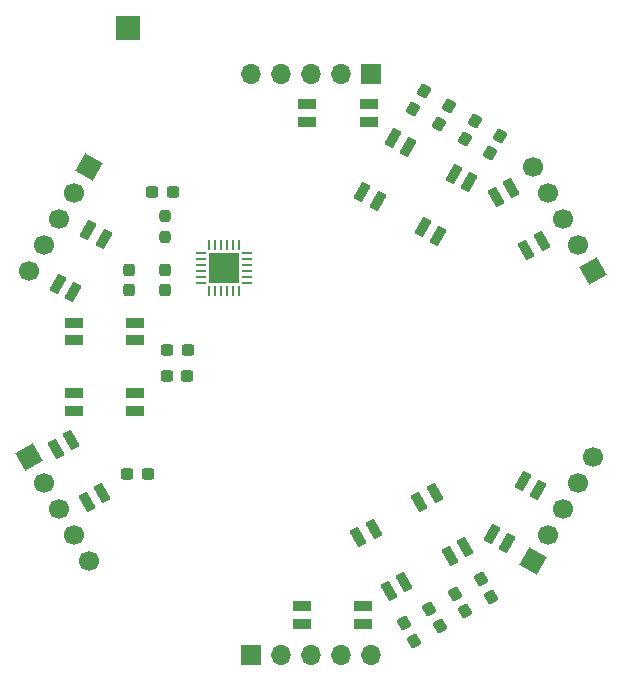
<source format=gbr>
%TF.GenerationSoftware,KiCad,Pcbnew,8.0.8*%
%TF.CreationDate,2025-04-07T12:59:42-04:00*%
%TF.ProjectId,pcb_tile_game_tile_aaa,7063625f-7469-46c6-955f-67616d655f74,1.0*%
%TF.SameCoordinates,Original*%
%TF.FileFunction,Soldermask,Top*%
%TF.FilePolarity,Negative*%
%FSLAX46Y46*%
G04 Gerber Fmt 4.6, Leading zero omitted, Abs format (unit mm)*
G04 Created by KiCad (PCBNEW 8.0.8) date 2025-04-07 12:59:42*
%MOMM*%
%LPD*%
G01*
G04 APERTURE LIST*
G04 Aperture macros list*
%AMRoundRect*
0 Rectangle with rounded corners*
0 $1 Rounding radius*
0 $2 $3 $4 $5 $6 $7 $8 $9 X,Y pos of 4 corners*
0 Add a 4 corners polygon primitive as box body*
4,1,4,$2,$3,$4,$5,$6,$7,$8,$9,$2,$3,0*
0 Add four circle primitives for the rounded corners*
1,1,$1+$1,$2,$3*
1,1,$1+$1,$4,$5*
1,1,$1+$1,$6,$7*
1,1,$1+$1,$8,$9*
0 Add four rect primitives between the rounded corners*
20,1,$1+$1,$2,$3,$4,$5,0*
20,1,$1+$1,$4,$5,$6,$7,0*
20,1,$1+$1,$6,$7,$8,$9,0*
20,1,$1+$1,$8,$9,$2,$3,0*%
%AMHorizOval*
0 Thick line with rounded ends*
0 $1 width*
0 $2 $3 position (X,Y) of the first rounded end (center of the circle)*
0 $4 $5 position (X,Y) of the second rounded end (center of the circle)*
0 Add line between two ends*
20,1,$1,$2,$3,$4,$5,0*
0 Add two circle primitives to create the rounded ends*
1,1,$1,$2,$3*
1,1,$1,$4,$5*%
%AMRotRect*
0 Rectangle, with rotation*
0 The origin of the aperture is its center*
0 $1 length*
0 $2 width*
0 $3 Rotation angle, in degrees counterclockwise*
0 Add horizontal line*
21,1,$1,$2,0,0,$3*%
G04 Aperture macros list end*
%ADD10RoundRect,0.237500X-0.055681X0.378558X-0.355681X-0.141058X0.055681X-0.378558X0.355681X0.141058X0*%
%ADD11RoundRect,0.237500X0.300000X0.237500X-0.300000X0.237500X-0.300000X-0.237500X0.300000X-0.237500X0*%
%ADD12R,1.700000X1.700000*%
%ADD13O,1.700000X1.700000*%
%ADD14RoundRect,0.237500X-0.237500X0.250000X-0.237500X-0.250000X0.237500X-0.250000X0.237500X0.250000X0*%
%ADD15RoundRect,0.237500X0.355681X-0.141058X0.055681X0.378558X-0.355681X0.141058X-0.055681X-0.378558X0*%
%ADD16RoundRect,0.237500X0.237500X-0.300000X0.237500X0.300000X-0.237500X0.300000X-0.237500X-0.300000X0*%
%ADD17RotRect,1.700000X1.700000X150.000000*%
%ADD18HorizOval,1.700000X0.000000X0.000000X0.000000X0.000000X0*%
%ADD19RotRect,1.700000X1.700000X330.000000*%
%ADD20HorizOval,1.700000X0.000000X0.000000X0.000000X0.000000X0*%
%ADD21RotRect,1.700000X1.700000X210.000000*%
%ADD22HorizOval,1.700000X0.000000X0.000000X0.000000X0.000000X0*%
%ADD23RotRect,1.700000X1.700000X30.000000*%
%ADD24HorizOval,1.700000X0.000000X0.000000X0.000000X0.000000X0*%
%ADD25R,2.000000X2.000000*%
%ADD26RoundRect,0.062500X-0.350000X-0.062500X0.350000X-0.062500X0.350000X0.062500X-0.350000X0.062500X0*%
%ADD27RoundRect,0.062500X-0.062500X-0.350000X0.062500X-0.350000X0.062500X0.350000X-0.062500X0.350000X0*%
%ADD28R,2.600000X2.600000*%
%ADD29RoundRect,0.082000X-0.643056X-0.457806X-0.074944X-0.785806X0.643056X0.457806X0.074944X0.785806X0*%
%ADD30RoundRect,0.082000X-0.718000X0.328000X-0.718000X-0.328000X0.718000X-0.328000X0.718000X0.328000X0*%
%ADD31RoundRect,0.082000X0.643056X0.457806X0.074944X0.785806X-0.643056X-0.457806X-0.074944X-0.785806X0*%
%ADD32RoundRect,0.082000X0.074944X-0.785806X0.643056X-0.457806X-0.074944X0.785806X-0.643056X0.457806X0*%
%ADD33RoundRect,0.082000X-0.074944X0.785806X-0.643056X0.457806X0.074944X-0.785806X0.643056X-0.457806X0*%
G04 APERTURE END LIST*
D10*
%TO.C,C2*%
X153956313Y-59403053D03*
X153093813Y-60896947D03*
%TD*%
D11*
%TO.C,C11*%
X129660000Y-78800000D03*
X127935000Y-78800002D03*
%TD*%
D10*
%TO.C,C3*%
X151791250Y-58153053D03*
X150928750Y-59646947D03*
%TD*%
D12*
%TO.C,J2*%
X134980000Y-104600000D03*
D13*
X137520000Y-104600000D03*
X140060000Y-104600000D03*
X142600000Y-104600000D03*
X145140000Y-104600000D03*
%TD*%
D14*
%TO.C,R1*%
X127710000Y-67437500D03*
X127710000Y-69262500D03*
%TD*%
D15*
%TO.C,C8*%
X155317532Y-99688621D03*
X154455032Y-98194727D03*
%TD*%
D16*
%TO.C,C14*%
X127710000Y-73712500D03*
X127710000Y-71987500D03*
%TD*%
D15*
%TO.C,C6*%
X150987405Y-102188621D03*
X150124905Y-100694727D03*
%TD*%
D17*
%TO.C,J3*%
X158920000Y-96689409D03*
D18*
X160190000Y-94489704D03*
X161460000Y-92290000D03*
X162730000Y-90090295D03*
X164000000Y-87890591D03*
%TD*%
D11*
%TO.C,C12*%
X128385000Y-65400002D03*
X126660000Y-65400000D03*
%TD*%
%TO.C,C10*%
X129622500Y-81000000D03*
X127897500Y-81000000D03*
%TD*%
D19*
%TO.C,J6*%
X121300000Y-63300591D03*
D20*
X120030000Y-65500296D03*
X118760000Y-67700000D03*
X117490000Y-69899705D03*
X116220000Y-72099409D03*
%TD*%
D15*
%TO.C,C5*%
X148822341Y-103438621D03*
X147959841Y-101944727D03*
%TD*%
D10*
%TO.C,C1*%
X156121377Y-60653053D03*
X155258877Y-62146947D03*
%TD*%
D21*
%TO.C,J4*%
X163963349Y-72075928D03*
D22*
X162693349Y-69876223D03*
X161423349Y-67676519D03*
X160153349Y-65476814D03*
X158883349Y-63277110D03*
%TD*%
D15*
%TO.C,C7*%
X153152468Y-100938621D03*
X152289968Y-99444727D03*
%TD*%
D23*
%TO.C,J1*%
X116220000Y-87900591D03*
D24*
X117490000Y-90100296D03*
X118760000Y-92300000D03*
X120030000Y-94499705D03*
X121300000Y-96699409D03*
%TD*%
D10*
%TO.C,C4*%
X149626186Y-56903053D03*
X148763686Y-58396947D03*
%TD*%
D12*
%TO.C,J5*%
X145140000Y-55400000D03*
D13*
X142600000Y-55400000D03*
X140060000Y-55400000D03*
X137520000Y-55400000D03*
X134980000Y-55400000D03*
%TD*%
D25*
%TO.C,TP1*%
X124560000Y-51500000D03*
%TD*%
D26*
%TO.C,U2*%
X130772500Y-70600000D03*
X130772500Y-71100000D03*
X130772500Y-71600000D03*
X130772500Y-72100000D03*
X130772500Y-72600000D03*
X130772500Y-73100000D03*
D27*
X131460000Y-73787500D03*
X131960000Y-73787500D03*
X132460000Y-73787500D03*
X132960000Y-73787500D03*
X133460000Y-73787500D03*
X133960000Y-73787500D03*
D26*
X134647500Y-73100000D03*
X134647500Y-72600000D03*
X134647500Y-72100000D03*
X134647500Y-71600000D03*
X134647500Y-71100000D03*
X134647500Y-70600000D03*
D27*
X133960000Y-69912500D03*
X133460000Y-69912500D03*
X132960000Y-69912500D03*
X132460000Y-69912500D03*
X131960000Y-69912500D03*
X131460000Y-69912500D03*
D28*
X132710000Y-71850000D03*
%TD*%
D16*
%TO.C,C13*%
X124710000Y-73712500D03*
X124710000Y-71987500D03*
%TD*%
D11*
%TO.C,C9*%
X126260000Y-89300000D03*
X124535000Y-89300000D03*
%TD*%
D29*
%TO.C,LED2*%
X152187531Y-63866674D03*
X153486570Y-64616674D03*
X150886570Y-69120006D03*
X149587531Y-68370006D03*
%TD*%
D30*
%TO.C,LED10*%
X125210000Y-82430000D03*
X125210000Y-83930000D03*
X120010000Y-83930000D03*
X120010000Y-82430000D03*
%TD*%
D31*
%TO.C,LED8*%
X156723621Y-95124038D03*
X155424583Y-94374036D03*
X158024583Y-89870705D03*
X159323621Y-90620704D03*
%TD*%
D32*
%TO.C,LED1*%
X155717529Y-65845875D03*
X157016568Y-65095875D03*
X159616568Y-69599207D03*
X158317529Y-70349207D03*
%TD*%
D29*
%TO.C,LED3*%
X147034679Y-60891674D03*
X148333718Y-61641674D03*
X145733718Y-66145006D03*
X144434679Y-65395006D03*
%TD*%
D30*
%TO.C,LED5*%
X144527150Y-100492468D03*
X144527150Y-101992468D03*
X139327150Y-101992468D03*
X139327151Y-100492467D03*
%TD*%
D29*
%TO.C,LED12*%
X121250961Y-68670000D03*
X122550000Y-69420000D03*
X119950000Y-73923332D03*
X118650961Y-73173332D03*
%TD*%
D33*
%TO.C,LED6*%
X148006187Y-98425000D03*
X146707148Y-99175000D03*
X144107148Y-94671668D03*
X145406187Y-93921668D03*
%TD*%
%TO.C,LED9*%
X122410000Y-90940000D03*
X121110961Y-91690000D03*
X118510961Y-87186668D03*
X119810000Y-86436668D03*
%TD*%
D30*
%TO.C,LED4*%
X144970096Y-57967636D03*
X144970096Y-59467636D03*
X139770096Y-59467636D03*
X139770096Y-57967636D03*
%TD*%
D33*
%TO.C,LED7*%
X153159039Y-95450000D03*
X151860000Y-96200000D03*
X149260000Y-91696668D03*
X150559039Y-90946668D03*
%TD*%
D30*
%TO.C,LED11*%
X125210000Y-76490000D03*
X125210000Y-77990000D03*
X120010000Y-77990000D03*
X120010000Y-76490000D03*
%TD*%
M02*

</source>
